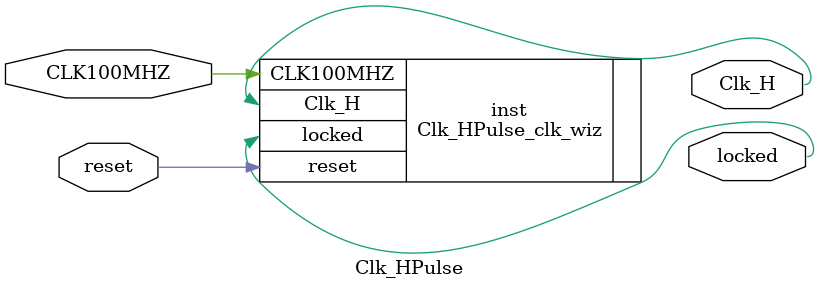
<source format=v>


`timescale 1ps/1ps

(* CORE_GENERATION_INFO = "Clk_HPulse,clk_wiz_v6_0_1_0_0,{component_name=Clk_HPulse,use_phase_alignment=true,use_min_o_jitter=false,use_max_i_jitter=false,use_dyn_phase_shift=false,use_inclk_switchover=false,use_dyn_reconfig=false,enable_axi=0,feedback_source=FDBK_AUTO,PRIMITIVE=MMCM,num_out_clk=1,clkin1_period=10.000,clkin2_period=10.000,use_power_down=false,use_reset=true,use_locked=true,use_inclk_stopped=false,feedback_type=SINGLE,CLOCK_MGR_TYPE=NA,manual_override=false}" *)

module Clk_HPulse 
 (
  // Clock out ports
  output        Clk_H,
  // Status and control signals
  input         reset,
  output        locked,
 // Clock in ports
  input         CLK100MHZ
 );

  Clk_HPulse_clk_wiz inst
  (
  // Clock out ports  
  .Clk_H(Clk_H),
  // Status and control signals               
  .reset(reset), 
  .locked(locked),
 // Clock in ports
  .CLK100MHZ(CLK100MHZ)
  );

endmodule

</source>
